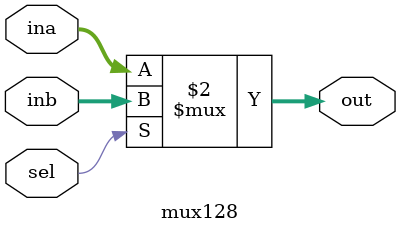
<source format=v>

module mux128(ina, inb, out, sel);
    //INPUTS
	input [0:127] ina, inb;
	input sel;
	
	// OUTPUTS
	output [0:127] out;
	
	// REGISTERS
	reg [0:127] out;
	
	always @ (ina or inb or sel)
		begin
		out<= sel ? inb : ina;
		end // always @ (ina or inb or sel)
endmodule

</source>
